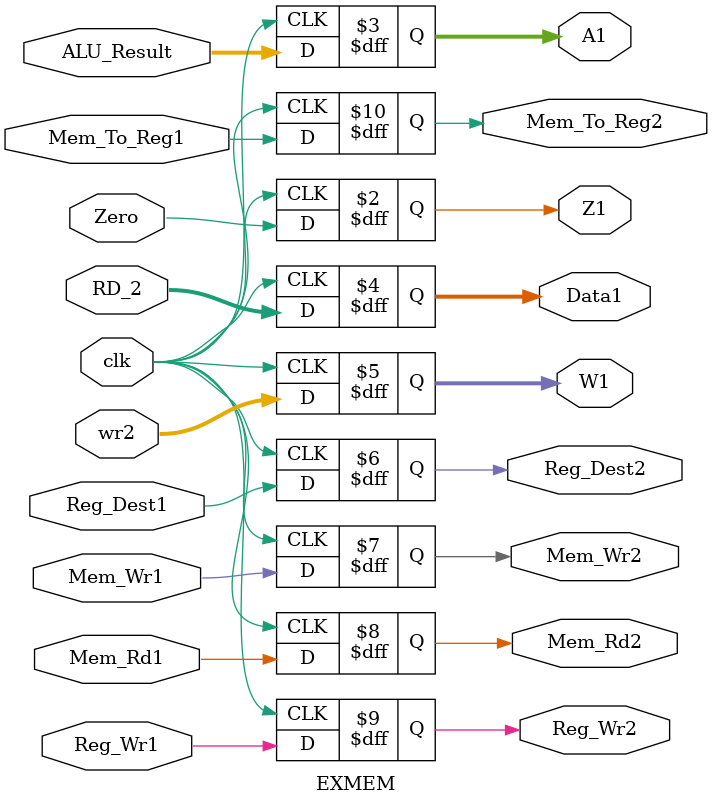
<source format=v>
`timescale 1ns / 1ps

module EXMEM(
    input clk,
    input Zero,
    input [31:0] ALU_Result,
    input [31:0] RD_2,
    input [4:0] wr2,
    output reg Z1,
    output reg [31:0] A1,
    output reg [31:0] Data1,
    output reg [4:0] W1,
    
    input Reg_Dest1,
    input Mem_Wr1,
    input Mem_Rd1,
    input Reg_Wr1,
    input Mem_To_Reg1,
    output reg Reg_Dest2,
    output reg Mem_Wr2,
    output reg Mem_Rd2,
    output reg Reg_Wr2,
    output reg Mem_To_Reg2
);

always @(posedge clk)
begin
    //PC_Final <= PC_New;
    Z1 <= Zero;
    A1 <= ALU_Result;
    Data1 <= RD_2;
    W1 <= wr2;
    
    Reg_Dest2 <= Reg_Dest1;
    Mem_Wr2 <= Mem_Wr1;
    Mem_Rd2 <= Mem_Rd1;
    Reg_Wr2 <= Reg_Wr1;
    Mem_To_Reg2 <= Mem_To_Reg1;
end

endmodule

</source>
